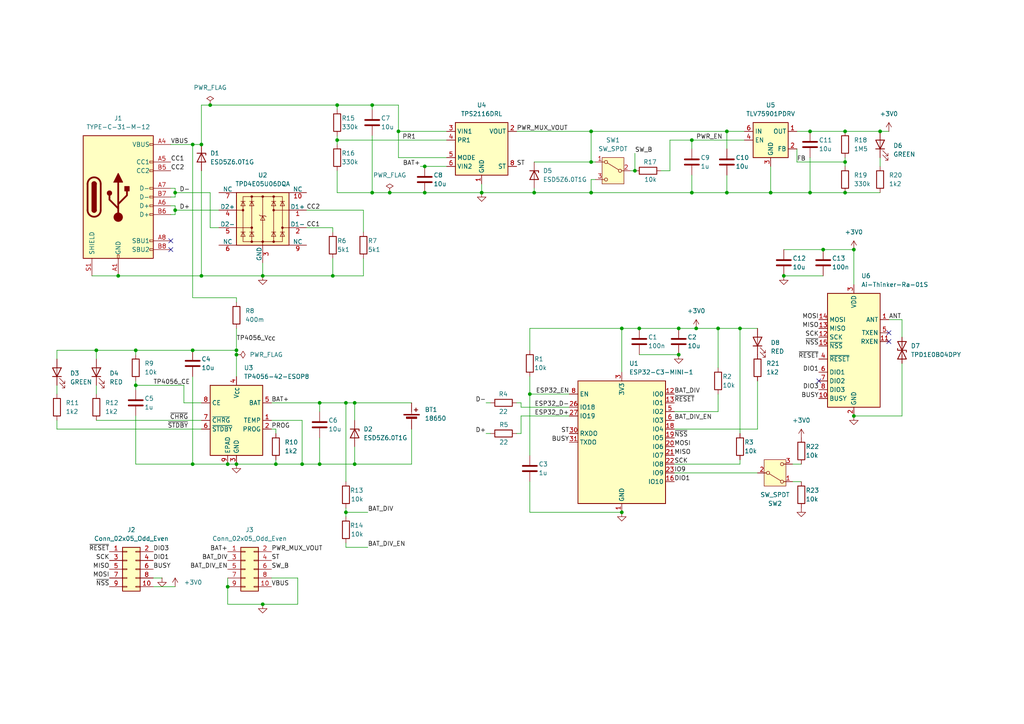
<source format=kicad_sch>
(kicad_sch (version 20250114) (generator "eeschema") (generator_version "9.0")
  (paper "A4")
  (title_block (title "CatLink Gateway") (date "2025-09-13") (rev "v0.2"))
  (lib_symbols
    (symbol "Battery_Management:TP4056-42-ESOP8"
      (property "Reference" "U" (at -6.604 11.684 0))
      (property "Value" "TP4056-42-ESOP8" (at 10.16 11.684 0))
      (symbol "TP4056-42-ESOP8_1_0"
        (pin input line (at -10.16 5.08 0) (length 2.54) (name "CE") (number "8"))
        (pin open_collector line (at -10.16 0 0) (length 2.54) (name "~{CHRG}") (number "7"))
        (pin open_collector line (at -10.16 -2.54 0) (length 2.54) (name "~{STDBY}") (number "6"))
        (pin passive line (at -2.54 -12.7 90) (length 2.54) (name "EPAD") (number "9"))
        (pin power_in line (at 0 12.7 270) (length 2.54) (name "V_{CC}") (number "4"))
        (pin power_in line (at 0 -12.7 90) (length 2.54) (name "GND") (number "3"))
        (pin power_out line (at 10.16 5.08 180) (length 2.54) (name "BAT") (number "5"))
        (pin input line (at 10.16 0 180) (length 2.54) (name "TEMP") (number "1"))
        (pin passive line (at 10.16 -2.54 180) (length 2.54) (name "PROG") (number "2"))
      )
    )
    (symbol "Connector:USB_C_Receptacle_USB2.0_16P" (pin_names (offset 1.016))
      (property "Reference" "J" (at 0 22.225 0))
      (property "Value" "USB_C_Receptacle_USB2.0_16P" (at 0 19.685 0))
      (symbol "USB_C_Receptacle_USB2.0_16P_1_1"
        (pin passive line (at -7.62 -22.86 90) (length 5.08) (name "SHIELD") (number "S1"))
        (pin passive line (at 0 -22.86 90) (length 5.08) (name "GND") (number "A1"))
        (pin passive line (at 0 -22.86 90) (length 5.08) (hide yes) (name "GND") (number "A12"))
        (pin passive line (at 0 -22.86 90) (length 5.08) (hide yes) (name "GND") (number "B1"))
        (pin passive line (at 0 -22.86 90) (length 5.08) (hide yes) (name "GND") (number "B12"))
        (pin passive line (at 15.24 15.24 180) (length 5.08) (name "VBUS") (number "A4"))
        (pin passive line (at 15.24 15.24 180) (length 5.08) (hide yes) (name "VBUS") (number "A9"))
        (pin passive line (at 15.24 15.24 180) (length 5.08) (hide yes) (name "VBUS") (number "B4"))
        (pin passive line (at 15.24 15.24 180) (length 5.08) (hide yes) (name "VBUS") (number "B9"))
        (pin bidirectional line (at 15.24 10.16 180) (length 5.08) (name "CC1") (number "A5"))
        (pin bidirectional line (at 15.24 7.62 180) (length 5.08) (name "CC2") (number "B5"))
        (pin bidirectional line (at 15.24 2.54 180) (length 5.08) (name "D-") (number "A7"))
        (pin bidirectional line (at 15.24 0 180) (length 5.08) (name "D-") (number "B7"))
        (pin bidirectional line (at 15.24 -2.54 180) (length 5.08) (name "D+") (number "A6"))
        (pin bidirectional line (at 15.24 -5.08 180) (length 5.08) (name "D+") (number "B6"))
        (pin bidirectional line (at 15.24 -12.7 180) (length 5.08) (name "SBU1") (number "A8"))
        (pin bidirectional line (at 15.24 -15.24 180) (length 5.08) (name "SBU2") (number "B8"))
      )
    )
    (symbol "Connector_Generic:Conn_02x05_Odd_Even" (pin_names (offset 1.016) (hide yes))
      (property "Reference" "J" (at 1.27 7.62 0))
      (property "Value" "Conn_02x05_Odd_Even" (at 1.27 -7.62 0))
      (symbol "Conn_02x05_Odd_Even_1_1"
        (pin passive line (at -5.08 5.08 0) (length 3.81) (name "Pin_1") (number "1"))
        (pin passive line (at -5.08 2.54 0) (length 3.81) (name "Pin_3") (number "3"))
        (pin passive line (at -5.08 0 0) (length 3.81) (name "Pin_5") (number "5"))
        (pin passive line (at -5.08 -2.54 0) (length 3.81) (name "Pin_7") (number "7"))
        (pin passive line (at -5.08 -5.08 0) (length 3.81) (name "Pin_9") (number "9"))
        (pin passive line (at 7.62 5.08 180) (length 3.81) (name "Pin_2") (number "2"))
        (pin passive line (at 7.62 2.54 180) (length 3.81) (name "Pin_4") (number "4"))
        (pin passive line (at 7.62 0 180) (length 3.81) (name "Pin_6") (number "6"))
        (pin passive line (at 7.62 -2.54 180) (length 3.81) (name "Pin_8") (number "8"))
        (pin passive line (at 7.62 -5.08 180) (length 3.81) (name "Pin_10") (number "10"))
      )
    )
    (symbol "Custom:Ai-Thinker-Ra-01S"
      (property "Reference" "U" (at -7.62 17.78 0))
      (property "Value" "Ai-Thinker-Ra-01S" (at 13.462 17.78 0))
      (symbol "Ai-Thinker-Ra-01S_1_0"
        (pin passive line (at 10.16 8.89 180) (length 2.54) (name "ANT") (number "1"))
      )
      (symbol "Ai-Thinker-Ra-01S_1_1"
        (pin input line (at -10.16 8.89 0) (length 2.54) (name "MOSI") (number "14"))
        (pin output line (at -10.16 6.35 0) (length 2.54) (name "MISO") (number "13"))
        (pin input line (at -10.16 3.81 0) (length 2.54) (name "SCK") (number "12"))
        (pin input line (at -10.16 1.27 0) (length 2.54) (name "~{NSS}") (number "15"))
        (pin input line (at -10.16 -2.54 0) (length 2.54) (name "~{RESET}") (number "4"))
        (pin output line (at -10.16 -6.35 0) (length 2.54) (name "DIO1") (number "6"))
        (pin bidirectional line (at -10.16 -8.89 0) (length 2.54) (name "DIO2") (number "7"))
        (pin output line (at -10.16 -11.43 0) (length 2.54) (name "DIO3") (number "8"))
        (pin output line (at -10.16 -13.97 0) (length 2.54) (name "BUSY") (number "10"))
        (pin power_in line (at 0 19.05 270) (length 2.54) (name "VDD") (number "3"))
        (pin passive line (at 0 -19.05 90) (length 2.54) (hide yes) (name "GND") (number "16"))
        (pin power_in line (at 0 -19.05 90) (length 2.54) (name "GND") (number "2"))
        (pin passive line (at 0 -19.05 90) (length 2.54) (hide yes) (name "GND") (number "9"))
        (pin bidirectional line (at 10.16 5.08 180) (length 2.54) (name "TXEN") (number "5"))
        (pin bidirectional line (at 10.16 2.54 180) (length 2.54) (name "RXEN") (number "11"))
      )
    )
    (symbol "Custom:ESP32-C3-MINI-1"
      (property "Reference" "U" (at -11.43 19.05 0))
      (property "Value" "ESP32-C3-MINI-1" (at 12.7 19.05 0))
      (symbol "ESP32-C3-MINI-1_1_1"
        (pin input line (at -15.24 13.97 0) (length 2.54) (name "EN") (number "8"))
        (pin bidirectional line (at -15.24 10.16 0) (length 2.54) (name "IO18") (number "26"))
        (pin bidirectional line (at -15.24 7.62 0) (length 2.54) (name "IO19") (number "27"))
        (pin bidirectional line (at -15.24 2.54 0) (length 2.54) (name "RXDO") (number "30"))
        (pin bidirectional line (at -15.24 0 0) (length 2.54) (name "TXDO") (number "31"))
        (pin power_in line (at 0 20.32 270) (length 2.54) (name "3V3") (number "3"))
        (pin power_in line (at 0 -20.32 90) (length 2.54) (name "GND") (number "1"))
        (pin passive line (at 0 -20.32 90) (length 2.54) (hide yes) (name "GND") (number "11"))
        (pin passive line (at 0 -20.32 90) (length 2.54) (hide yes) (name "GND") (number "14"))
        (pin passive line (at 0 -20.32 90) (length 2.54) (hide yes) (name "GND") (number "2"))
        (pin passive line (at 0 -20.32 90) (length 2.54) (hide yes) (name "GND") (number "36"))
        (pin passive line (at 0 -20.32 90) (length 2.54) (hide yes) (name "GND") (number "37"))
        (pin passive line (at 0 -20.32 90) (length 2.54) (hide yes) (name "GND") (number "38"))
        (pin passive line (at 0 -20.32 90) (length 2.54) (hide yes) (name "GND") (number "39"))
        (pin passive line (at 0 -20.32 90) (length 2.54) (hide yes) (name "GND") (number "40"))
        (pin passive line (at 0 -20.32 90) (length 2.54) (hide yes) (name "GND") (number "41"))
        (pin passive line (at 0 -20.32 90) (length 2.54) (hide yes) (name "GND") (number "42"))
        (pin passive line (at 0 -20.32 90) (length 2.54) (hide yes) (name "GND") (number "43"))
        (pin passive line (at 0 -20.32 90) (length 2.54) (hide yes) (name "GND") (number "44"))
        (pin passive line (at 0 -20.32 90) (length 2.54) (hide yes) (name "GND") (number "45"))
        (pin passive line (at 0 -20.32 90) (length 2.54) (hide yes) (name "GND") (number "46"))
        (pin passive line (at 0 -20.32 90) (length 2.54) (hide yes) (name "GND") (number "47"))
        (pin passive line (at 0 -20.32 90) (length 2.54) (hide yes) (name "GND") (number "48"))
        (pin passive line (at 0 -20.32 90) (length 2.54) (hide yes) (name "GND") (number "49"))
        (pin passive line (at 0 -20.32 90) (length 2.54) (hide yes) (name "GND") (number "50"))
        (pin passive line (at 0 -20.32 90) (length 2.54) (hide yes) (name "GND") (number "51"))
        (pin passive line (at 0 -20.32 90) (length 2.54) (hide yes) (name "GND") (number "52"))
        (pin passive line (at 0 -20.32 90) (length 2.54) (hide yes) (name "GND") (number "53"))
        (pin bidirectional line (at 15.24 13.97 180) (length 2.54) (name "IO0") (number "12"))
        (pin bidirectional line (at 15.24 11.43 180) (length 2.54) (name "IO1") (number "13"))
        (pin bidirectional line (at 15.24 8.89 180) (length 2.54) (name "IO2") (number "5"))
        (pin bidirectional line (at 15.24 6.35 180) (length 2.54) (name "IO3") (number "6"))
        (pin bidirectional line (at 15.24 3.81 180) (length 2.54) (name "IO4") (number "18"))
        (pin bidirectional line (at 15.24 1.27 180) (length 2.54) (name "IO5") (number "19"))
        (pin bidirectional line (at 15.24 -1.27 180) (length 2.54) (name "IO6") (number "20"))
        (pin bidirectional line (at 15.24 -3.81 180) (length 2.54) (name "IO7") (number "21"))
        (pin bidirectional line (at 15.24 -6.35 180) (length 2.54) (name "IO8") (number "22"))
        (pin bidirectional line (at 15.24 -8.89 180) (length 2.54) (name "IO9") (number "23"))
        (pin bidirectional line (at 15.24 -11.43 180) (length 2.54) (name "IO10") (number "16"))
        (pin no_connect line (at 15.24 -13.97 180) (length 2.54) (hide yes) (name "NC") (number "4"))
        (pin no_connect line (at 15.24 -16.51 180) (length 2.54) (hide yes) (name "NC") (number "7"))
        (pin no_connect line (at 15.24 -19.05 180) (length 2.54) (hide yes) (name "NC") (number "9"))
        (pin no_connect line (at 15.24 -21.59 180) (length 2.54) (hide yes) (name "NC") (number "10"))
        (pin no_connect line (at 15.24 -24.13 180) (length 2.54) (hide yes) (name "NC") (number "15"))
        (pin no_connect line (at 15.24 -26.67 180) (length 2.54) (hide yes) (name "NC") (number "17"))
        (pin no_connect line (at 15.24 -29.21 180) (length 2.54) (hide yes) (name "NC") (number "24"))
        (pin no_connect line (at 15.24 -31.75 180) (length 2.54) (hide yes) (name "NC") (number "25"))
        (pin no_connect line (at 15.24 -34.29 180) (length 2.54) (hide yes) (name "NC") (number "28"))
        (pin no_connect line (at 15.24 -36.83 180) (length 2.54) (hide yes) (name "NC") (number "29"))
        (pin no_connect line (at 15.24 -39.37 180) (length 2.54) (hide yes) (name "NC") (number "32"))
        (pin no_connect line (at 15.24 -41.91 180) (length 2.54) (hide yes) (name "NC") (number "33"))
        (pin no_connect line (at 15.24 -44.45 180) (length 2.54) (hide yes) (name "NC") (number "34"))
        (pin no_connect line (at 15.24 -46.99 180) (length 2.54) (hide yes) (name "NC") (number "35"))
      )
    )
    (symbol "Device:Battery_Cell" (pin_numbers (hide yes)) (pin_names (offset 0) (hide yes))
      (property "Reference" "BT" (at 2.54 2.54 0))
      (property "Value" "Battery_Cell" (at 2.54 0 0))
      (symbol "Battery_Cell_1_1"
        (pin passive line (at 0 5.08 270) (length 2.54) (name "+") (number "1"))
        (pin passive line (at 0 -2.54 90) (length 2.54) (name "-") (number "2"))
      )
    )
    (symbol "Device:C" (pin_numbers (hide yes)) (pin_names (offset 0.254))
      (property "Reference" "C" (at 0.635 2.54 0))
      (property "Value" "C" (at 0.635 -2.54 0))
      (symbol "C_1_1"
        (pin passive line (at 0 3.81 270) (length 2.794) (name "~") (number "1"))
        (pin passive line (at 0 -3.81 90) (length 2.794) (name "~") (number "2"))
      )
    )
    (symbol "Device:D_TVS" (pin_numbers (hide yes)) (pin_names (offset 1.016) (hide yes))
      (property "Reference" "D" (at 0 2.54 0))
      (property "Value" "D_TVS" (at 0 -2.54 0))
      (symbol "D_TVS_1_1"
        (pin passive line (at -3.81 0 0) (length 2.54) (name "A1") (number "1"))
        (pin passive line (at 3.81 0 180) (length 2.54) (name "A2") (number "2"))
      )
    )
    (symbol "Device:D_Zener" (pin_numbers (hide yes)) (pin_names (offset 1.016) (hide yes))
      (property "Reference" "D" (at 0 2.54 0))
      (property "Value" "D_Zener" (at 0 -2.54 0))
      (symbol "D_Zener_1_1"
        (pin passive line (at -3.81 0 0) (length 2.54) (name "K") (number "1"))
        (pin passive line (at 3.81 0 180) (length 2.54) (name "A") (number "2"))
      )
    )
    (symbol "Device:LED" (pin_numbers (hide yes)) (pin_names (offset 1.016) (hide yes))
      (property "Reference" "D" (at 0 2.54 0))
      (property "Value" "LED" (at 0 -2.54 0))
      (symbol "LED_1_1"
        (pin passive line (at -3.81 0 0) (length 2.54) (name "K") (number "1"))
        (pin passive line (at 3.81 0 180) (length 2.54) (name "A") (number "2"))
      )
    )
    (symbol "Device:R" (pin_numbers (hide yes)) (pin_names (offset 0))
      (property "Reference" "R" (at 2.032 0 90))
      (property "Value" "R" (at 0 0 90))
      (symbol "R_1_1"
        (pin passive line (at 0 3.81 270) (length 1.27) (name "~") (number "1"))
        (pin passive line (at 0 -3.81 90) (length 1.27) (name "~") (number "2"))
      )
    )
    (symbol "Power_Management:TPS2116DRL"
      (property "Reference" "U" (at -7.874 9.144 0))
      (property "Value" "TPS2116DRL" (at 0.508 -8.89 0))
      (symbol "TPS2116DRL_1_0"
        (pin power_out line (at 10.16 5.08 180) (length 2.54) (hide yes) (name "VOUT") (number "7"))
      )
      (symbol "TPS2116DRL_1_1"
        (pin power_in line (at -10.16 5.08 0) (length 2.54) (name "VIN1") (number "3"))
        (pin input line (at -10.16 2.54 0) (length 2.54) (name "PR1") (number "4"))
        (pin input line (at -10.16 -2.54 0) (length 2.54) (name "MODE") (number "5"))
        (pin power_in line (at -10.16 -5.08 0) (length 2.54) (name "VIN2") (number "6"))
        (pin power_in line (at 0 -10.16 90) (length 2.54) (name "GND") (number "1"))
        (pin power_out line (at 10.16 5.08 180) (length 2.54) (name "VOUT") (number "2"))
        (pin open_collector line (at 10.16 -5.08 180) (length 2.54) (name "ST") (number "8"))
      )
    )
    (symbol "Power_Protection:TPD4E05U06DQA" (pin_names (offset 0))
      (property "Reference" "U" (at -0.635 8.89 0))
      (property "Value" "TPD4E05U06DQA" (at 1.905 -10.16 0))
      (symbol "TPD4E05U06DQA_1_1"
        (pin free line (at -12.7 7.62 0) (length 5.08) (name "NC") (number "10"))
        (pin passive line (at -12.7 2.54 0) (length 5.08) (name "D1+") (number "1"))
        (pin passive line (at -12.7 -2.54 0) (length 5.08) (name "D1-") (number "2"))
        (pin free line (at -12.7 -7.62 0) (length 5.08) (name "NC") (number "9"))
        (pin power_in line (at 0 -12.7 90) (length 5.08) (name "GND") (number "3"))
        (pin passive line (at 0 -12.7 90) (length 5.08) (hide yes) (name "GND") (number "8"))
        (pin free line (at 12.7 7.62 180) (length 5.08) (name "NC") (number "7"))
        (pin passive line (at 12.7 2.54 180) (length 5.08) (name "D2+") (number "4"))
        (pin passive line (at 12.7 -2.54 180) (length 5.08) (name "D2-") (number "5"))
        (pin free line (at 12.7 -7.62 180) (length 5.08) (name "NC") (number "6"))
      )
    )
    (symbol "Regulator_Linear:TLV75801PDRV"
      (property "Reference" "U" (at -3.81 6.35 0))
      (property "Value" "TLV75801PDRV" (at 0 6.35 0))
      (symbol "TLV75801PDRV_1_1"
        (pin power_in line (at -7.62 2.54 0) (length 2.54) (name "IN") (number "6"))
        (pin input line (at -7.62 0 0) (length 2.54) (name "EN") (number "4"))
        (pin power_in line (at 0 -7.62 90) (length 2.54) (name "GND") (number "3"))
        (pin passive line (at 0 -7.62 90) (length 2.54) (hide yes) (name "GND") (number "7"))
        (pin no_connect line (at 5.08 0 180) (length 2.54) (hide yes) (name "DNC") (number "5"))
        (pin power_out line (at 7.62 2.54 180) (length 2.54) (name "OUT") (number "1"))
        (pin input line (at 7.62 -2.54 180) (length 2.54) (name "FB") (number "2"))
      )
    )
    (symbol "Switch:SW_SPDT" (pin_names (offset 0) (hide yes))
      (property "Reference" "SW" (at 0 5.08 0))
      (property "Value" "SW_SPDT" (at 0 -5.08 0))
      (symbol "SW_SPDT_1_1"
        (pin passive line (at -5.08 0 0) (length 2.54) (name "B") (number "2"))
        (pin passive line (at 5.08 2.54 180) (length 2.54) (name "A") (number "1"))
        (pin passive line (at 5.08 -2.54 180) (length 2.54) (name "C") (number "3"))
      )
    )
    (symbol "power:+3V0" (power) (pin_numbers (hide yes)) (pin_names (offset 0) (hide yes))
      (property "Value" "+3V0" (at 0 3.556 0))
      (symbol "+3V0_1_1"
        (pin power_in line (at 0 0 90) (length 0) (name "~") (number "1"))
      )
    )
    (symbol "power:GND" (power) (pin_numbers (hide yes)) (pin_names (offset 0) (hide yes))
      (property "Value" "GND" (at 0 -3.81 0))
      (symbol "GND_1_1"
        (pin power_in line (at 0 0 270) (length 0) (name "~") (number "1"))
      )
    )
    (symbol "power:PWR_FLAG" (power) (pin_numbers (hide yes)) (pin_names (offset 0) (hide yes))
      (property "Value" "PWR_FLAG" (at 0 3.81 0))
      (symbol "PWR_FLAG_0_0"
        (pin power_out line (at 0 0 90) (length 0) (name "~") (number "1"))
      )
    )
  )
  (junction (at 139.7 55.88))
  (junction (at 223.52 55.88))
  (junction (at 115.57 38.1))
  (junction (at 55.88 41.91))
  (junction (at 102.87 116.84))
  (junction (at 227.33 80.01))
  (junction (at 100.33 148.59))
  (junction (at 58.42 41.91))
  (junction (at 180.34 148.59))
  (junction (at 76.2 80.01))
  (junction (at 68.58 101.6))
  (junction (at 123.19 55.88))
  (junction (at 66.04 134.62))
  (junction (at 55.88 134.62))
  (junction (at 196.85 102.87))
  (junction (at 245.11 55.88))
  (junction (at 196.85 95.25))
  (junction (at 123.19 48.26))
  (junction (at 154.94 55.88))
  (junction (at 245.11 46.99))
  (junction (at 97.79 40.64))
  (junction (at 76.2 175.26))
  (junction (at 60.96 30.48))
  (junction (at 107.95 55.88))
  (junction (at 92.71 134.62))
  (junction (at 255.27 38.1))
  (junction (at 34.29 80.01))
  (junction (at 58.42 80.01))
  (junction (at 96.52 80.01))
  (junction (at 238.76 72.39))
  (junction (at 200.66 55.88))
  (junction (at 171.45 46.99))
  (junction (at 180.34 95.25))
  (junction (at 200.66 40.64))
  (junction (at 68.58 134.62))
  (junction (at 184.15 49.53))
  (junction (at 171.45 38.1))
  (junction (at 214.63 95.25))
  (junction (at 107.95 30.48))
  (junction (at 245.11 38.1))
  (junction (at 210.82 55.88))
  (junction (at 247.65 120.65))
  (junction (at 247.65 72.39))
  (junction (at 27.94 101.6))
  (junction (at 68.58 102.87))
  (junction (at 210.82 38.1))
  (junction (at 55.88 101.6))
  (junction (at 234.95 55.88))
  (junction (at 100.33 116.84))
  (junction (at 102.87 134.62))
  (junction (at 113.03 55.88))
  (junction (at 234.95 38.1))
  (junction (at 50.8 55.88))
  (junction (at 201.93 95.25))
  (junction (at 50.8 60.96))
  (junction (at 39.37 111.76))
  (junction (at 171.45 55.88))
  (junction (at 66.04 170.18))
  (junction (at 185.42 95.25))
  (junction (at 92.71 116.84))
  (junction (at 80.01 134.62))
  (junction (at 97.79 30.48))
  (junction (at 39.37 101.6))
  (junction (at 208.28 95.25))
  (junction (at 87.63 134.62))
  (junction (at 153.67 114.3))
  (no_connect (at 49.53 72.39))
  (no_connect (at 257.81 96.52))
  (no_connect (at 237.49 110.49))
  (no_connect (at 257.81 99.06))
  (no_connect (at 49.53 69.85))
  (wire (pts (xy 115.57 30.48) (xy 115.57 38.1)))
  (wire (pts (xy 200.66 55.88) (xy 210.82 55.88)))
  (wire (pts (xy 185.42 102.87) (xy 196.85 102.87)))
  (wire (pts (xy 76.2 175.26) (xy 86.36 175.26)))
  (wire (pts (xy 238.76 72.39) (xy 247.65 72.39)))
  (wire (pts (xy 245.11 38.1) (xy 255.27 38.1)))
  (wire (pts (xy 255.27 38.1) (xy 257.81 38.1)))
  (wire (pts (xy 39.37 111.76) (xy 39.37 113.03)))
  (wire (pts (xy 92.71 127) (xy 92.71 134.62)))
  (wire (pts (xy 227.33 72.39) (xy 238.76 72.39)))
  (wire (pts (xy 39.37 110.49) (xy 39.37 111.76)))
  (wire (pts (xy 78.74 167.64) (xy 86.36 167.64)))
  (wire (pts (xy 234.95 45.72) (xy 234.95 55.88)))
  (wire (pts (xy 26.67 80.01) (xy 34.29 80.01)))
  (wire (pts (xy 107.95 30.48) (xy 107.95 31.75)))
  (wire (pts (xy 87.63 121.92) (xy 87.63 134.62)))
  (wire (pts (xy 153.67 95.25) (xy 180.34 95.25)))
  (wire (pts (xy 96.52 80.01) (xy 96.52 74.93)))
  (wire (pts (xy 49.53 54.61) (xy 50.8 54.61)))
  (wire (pts (xy 171.45 38.1) (xy 210.82 38.1)))
  (wire (pts (xy 149.86 38.1) (xy 171.45 38.1)))
  (wire (pts (xy 97.79 40.64) (xy 97.79 41.91)))
  (wire (pts (xy 68.58 86.36) (xy 68.58 87.63)))
  (wire (pts (xy 154.94 55.88) (xy 171.45 55.88)))
  (wire (pts (xy 123.19 55.88) (xy 139.7 55.88)))
  (wire (pts (xy 58.42 30.48) (xy 60.96 30.48)))
  (wire (pts (xy 66.04 175.26) (xy 76.2 175.26)))
  (wire (pts (xy 153.67 101.6) (xy 153.67 95.25)))
  (wire (pts (xy 231.14 38.1) (xy 234.95 38.1)))
  (wire (pts (xy 196.85 95.25) (xy 201.93 95.25)))
  (wire (pts (xy 96.52 66.04) (xy 96.52 67.31)))
  (wire (pts (xy 97.79 30.48) (xy 107.95 30.48)))
  (wire (pts (xy 53.34 116.84) (xy 58.42 116.84)))
  (wire (pts (xy 88.9 60.96) (xy 105.41 60.96)))
  (wire (pts (xy 66.04 167.64) (xy 66.04 170.18)))
  (wire (pts (xy 208.28 119.38) (xy 208.28 114.3)))
  (wire (pts (xy 60.96 30.48) (xy 97.79 30.48)))
  (wire (pts (xy 223.52 55.88) (xy 223.52 48.26)))
  (wire (pts (xy 214.63 134.62) (xy 214.63 133.35)))
  (wire (pts (xy 68.58 134.62) (xy 80.01 134.62)))
  (wire (pts (xy 39.37 120.65) (xy 39.37 134.62)))
  (wire (pts (xy 255.27 45.72) (xy 255.27 48.26)))
  (wire (pts (xy 92.71 119.38) (xy 92.71 116.84)))
  (wire (pts (xy 68.58 101.6) (xy 68.58 102.87)))
  (wire (pts (xy 123.19 48.26) (xy 129.54 48.26)))
  (wire (pts (xy 261.62 120.65) (xy 247.65 120.65)))
  (wire (pts (xy 247.65 72.39) (xy 247.65 82.55)))
  (wire (pts (xy 49.53 41.91) (xy 55.88 41.91)))
  (wire (pts (xy 151.13 116.84) (xy 151.13 118.11)))
  (wire (pts (xy 86.36 167.64) (xy 86.36 175.26)))
  (wire (pts (xy 60.96 66.04) (xy 63.5 66.04)))
  (wire (pts (xy 185.42 95.25) (xy 196.85 95.25)))
  (wire (pts (xy 34.29 80.01) (xy 58.42 80.01)))
  (wire (pts (xy 171.45 52.07) (xy 171.45 55.88)))
  (wire (pts (xy 80.01 133.35) (xy 80.01 134.62)))
  (wire (pts (xy 88.9 66.04) (xy 96.52 66.04)))
  (wire (pts (xy 100.33 147.32) (xy 100.33 148.59)))
  (wire (pts (xy 172.72 46.99) (xy 171.45 46.99)))
  (wire (pts (xy 50.8 55.88) (xy 50.8 57.15)))
  (wire (pts (xy 171.45 46.99) (xy 171.45 38.1)))
  (wire (pts (xy 97.79 39.37) (xy 97.79 40.64)))
  (wire (pts (xy 46.99 167.64) (xy 44.45 167.64)))
  (wire (pts (xy 261.62 97.79) (xy 261.62 92.71)))
  (wire (pts (xy 50.8 60.96) (xy 63.5 60.96)))
  (wire (pts (xy 100.33 116.84) (xy 102.87 116.84)))
  (wire (pts (xy 153.67 139.7) (xy 153.67 148.59)))
  (wire (pts (xy 229.87 134.62) (xy 232.41 134.62)))
  (wire (pts (xy 153.67 148.59) (xy 180.34 148.59)))
  (wire (pts (xy 149.86 116.84) (xy 151.13 116.84)))
  (wire (pts (xy 194.31 40.64) (xy 200.66 40.64)))
  (wire (pts (xy 50.8 170.18) (xy 44.45 170.18)))
  (wire (pts (xy 115.57 45.72) (xy 129.54 45.72)))
  (wire (pts (xy 153.67 114.3) (xy 165.1 114.3)))
  (wire (pts (xy 180.34 95.25) (xy 180.34 107.95)))
  (wire (pts (xy 151.13 118.11) (xy 165.1 118.11)))
  (wire (pts (xy 200.66 50.8) (xy 200.66 55.88)))
  (wire (pts (xy 27.94 121.92) (xy 58.42 121.92)))
  (wire (pts (xy 76.2 80.01) (xy 96.52 80.01)))
  (wire (pts (xy 55.88 109.22) (xy 55.88 134.62)))
  (wire (pts (xy 139.7 55.88) (xy 139.7 53.34)))
  (wire (pts (xy 151.13 120.65) (xy 151.13 125.73)))
  (wire (pts (xy 80.01 134.62) (xy 87.63 134.62)))
  (wire (pts (xy 39.37 111.76) (xy 53.34 111.76)))
  (wire (pts (xy 219.71 110.49) (xy 219.71 124.46)))
  (wire (pts (xy 27.94 114.3) (xy 27.94 111.76)))
  (wire (pts (xy 107.95 39.37) (xy 107.95 55.88)))
  (wire (pts (xy 68.58 95.25) (xy 68.58 101.6)))
  (wire (pts (xy 102.87 129.54) (xy 102.87 134.62)))
  (wire (pts (xy 100.33 148.59) (xy 100.33 149.86)))
  (wire (pts (xy 16.51 121.92) (xy 16.51 124.46)))
  (wire (pts (xy 121.92 48.26) (xy 123.19 48.26)))
  (wire (pts (xy 60.96 55.88) (xy 60.96 66.04)))
  (wire (pts (xy 232.41 139.7) (xy 229.87 139.7)))
  (wire (pts (xy 76.2 80.01) (xy 76.2 76.2)))
  (wire (pts (xy 50.8 60.96) (xy 50.8 62.23)))
  (wire (pts (xy 208.28 95.25) (xy 208.28 106.68)))
  (wire (pts (xy 39.37 134.62) (xy 55.88 134.62)))
  (wire (pts (xy 50.8 54.61) (xy 50.8 55.88)))
  (wire (pts (xy 180.34 95.25) (xy 185.42 95.25)))
  (wire (pts (xy 195.58 134.62) (xy 214.63 134.62)))
  (wire (pts (xy 151.13 125.73) (xy 149.86 125.73)))
  (wire (pts (xy 115.57 38.1) (xy 129.54 38.1)))
  (wire (pts (xy 97.79 31.75) (xy 97.79 30.48)))
  (wire (pts (xy 261.62 92.71) (xy 257.81 92.71)))
  (wire (pts (xy 261.62 105.41) (xy 261.62 120.65)))
  (wire (pts (xy 234.95 38.1) (xy 245.11 38.1)))
  (wire (pts (xy 49.53 59.69) (xy 50.8 59.69)))
  (wire (pts (xy 194.31 49.53) (xy 194.31 40.64)))
  (wire (pts (xy 107.95 55.88) (xy 113.03 55.88)))
  (wire (pts (xy 100.33 158.75) (xy 106.68 158.75)))
  (wire (pts (xy 227.33 80.01) (xy 238.76 80.01)))
  (wire (pts (xy 50.8 62.23) (xy 49.53 62.23)))
  (wire (pts (xy 106.68 148.59) (xy 100.33 148.59)))
  (wire (pts (xy 153.67 114.3) (xy 153.67 132.08)))
  (wire (pts (xy 219.71 124.46) (xy 195.58 124.46)))
  (wire (pts (xy 102.87 134.62) (xy 119.38 134.62)))
  (wire (pts (xy 210.82 38.1) (xy 210.82 43.18)))
  (wire (pts (xy 78.74 121.92) (xy 87.63 121.92)))
  (wire (pts (xy 107.95 30.48) (xy 115.57 30.48)))
  (wire (pts (xy 234.95 55.88) (xy 245.11 55.88)))
  (wire (pts (xy 58.42 80.01) (xy 76.2 80.01)))
  (wire (pts (xy 27.94 101.6) (xy 27.94 104.14)))
  (wire (pts (xy 97.79 40.64) (xy 129.54 40.64)))
  (wire (pts (xy 53.34 111.76) (xy 53.34 116.84)))
  (wire (pts (xy 80.01 124.46) (xy 80.01 125.73)))
  (wire (pts (xy 182.88 49.53) (xy 184.15 49.53)))
  (wire (pts (xy 245.11 45.72) (xy 245.11 46.99)))
  (wire (pts (xy 140.97 125.73) (xy 142.24 125.73)))
  (wire (pts (xy 80.01 124.46) (xy 78.74 124.46)))
  (wire (pts (xy 210.82 55.88) (xy 223.52 55.88)))
  (wire (pts (xy 87.63 134.62) (xy 92.71 134.62)))
  (wire (pts (xy 195.58 119.38) (xy 208.28 119.38)))
  (wire (pts (xy 66.04 170.18) (xy 66.04 175.26)))
  (wire (pts (xy 55.88 86.36) (xy 68.58 86.36)))
  (wire (pts (xy 210.82 38.1) (xy 215.9 38.1)))
  (wire (pts (xy 113.03 55.88) (xy 123.19 55.88)))
  (wire (pts (xy 210.82 50.8) (xy 210.82 55.88)))
  (wire (pts (xy 50.8 59.69) (xy 50.8 60.96)))
  (wire (pts (xy 119.38 124.46) (xy 119.38 134.62)))
  (wire (pts (xy 234.95 55.88) (xy 223.52 55.88)))
  (wire (pts (xy 102.87 116.84) (xy 102.87 121.92)))
  (wire (pts (xy 245.11 55.88) (xy 255.27 55.88)))
  (wire (pts (xy 208.28 95.25) (xy 214.63 95.25)))
  (wire (pts (xy 153.67 109.22) (xy 153.67 114.3)))
  (wire (pts (xy 105.41 74.93) (xy 105.41 80.01)))
  (wire (pts (xy 154.94 54.61) (xy 154.94 55.88)))
  (wire (pts (xy 107.95 55.88) (xy 97.79 55.88)))
  (wire (pts (xy 200.66 40.64) (xy 215.9 40.64)))
  (wire (pts (xy 140.97 116.84) (xy 142.24 116.84)))
  (wire (pts (xy 78.74 116.84) (xy 92.71 116.84)))
  (wire (pts (xy 58.42 49.53) (xy 58.42 80.01)))
  (wire (pts (xy 55.88 134.62) (xy 66.04 134.62)))
  (wire (pts (xy 154.94 46.99) (xy 171.45 46.99)))
  (wire (pts (xy 16.51 124.46) (xy 58.42 124.46)))
  (wire (pts (xy 200.66 43.18) (xy 200.66 40.64)))
  (wire (pts (xy 39.37 102.87) (xy 39.37 101.6)))
  (wire (pts (xy 16.51 101.6) (xy 16.51 104.14)))
  (wire (pts (xy 55.88 41.91) (xy 58.42 41.91)))
  (wire (pts (xy 231.14 46.99) (xy 245.11 46.99)))
  (wire (pts (xy 97.79 55.88) (xy 97.79 49.53)))
  (wire (pts (xy 245.11 46.99) (xy 245.11 48.26)))
  (wire (pts (xy 55.88 101.6) (xy 68.58 101.6)))
  (wire (pts (xy 16.51 114.3) (xy 16.51 111.76)))
  (wire (pts (xy 39.37 101.6) (xy 55.88 101.6)))
  (wire (pts (xy 151.13 120.65) (xy 165.1 120.65)))
  (wire (pts (xy 58.42 41.91) (xy 58.42 30.48)))
  (wire (pts (xy 102.87 116.84) (xy 119.38 116.84)))
  (wire (pts (xy 92.71 116.84) (xy 100.33 116.84)))
  (wire (pts (xy 100.33 158.75) (xy 100.33 157.48)))
  (wire (pts (xy 195.58 137.16) (xy 219.71 137.16)))
  (wire (pts (xy 172.72 52.07) (xy 171.45 52.07)))
  (wire (pts (xy 92.71 134.62) (xy 102.87 134.62)))
  (wire (pts (xy 184.15 44.45) (xy 184.15 49.53)))
  (wire (pts (xy 105.41 60.96) (xy 105.41 67.31)))
  (wire (pts (xy 50.8 55.88) (xy 60.96 55.88)))
  (wire (pts (xy 139.7 55.88) (xy 154.94 55.88)))
  (wire (pts (xy 100.33 116.84) (xy 100.33 139.7)))
  (wire (pts (xy 115.57 38.1) (xy 115.57 45.72)))
  (wire (pts (xy 66.04 134.62) (xy 68.58 134.62)))
  (wire (pts (xy 105.41 80.01) (xy 96.52 80.01)))
  (wire (pts (xy 68.58 102.87) (xy 68.58 109.22)))
  (wire (pts (xy 201.93 95.25) (xy 208.28 95.25)))
  (wire (pts (xy 27.94 101.6) (xy 16.51 101.6)))
  (wire (pts (xy 50.8 57.15) (xy 49.53 57.15)))
  (wire (pts (xy 55.88 41.91) (xy 55.88 86.36)))
  (wire (pts (xy 231.14 46.99) (xy 231.14 43.18)))
  (wire (pts (xy 214.63 95.25) (xy 219.71 95.25)))
  (wire (pts (xy 214.63 95.25) (xy 214.63 125.73)))
  (wire (pts (xy 171.45 55.88) (xy 200.66 55.88)))
  (wire (pts (xy 27.94 101.6) (xy 39.37 101.6)))
  (wire (pts (xy 191.77 49.53) (xy 194.31 49.53)))
  (label "MOSI" (at 237.49 92.71 180))
  (label "VBUS" (at 49.53 41.91 0))
  (label "MISO" (at 195.58 132.08 0))
  (label "SW_B" (at 78.74 165.1 0))
  (label "PROG" (at 78.74 124.46 0))
  (label "CC2" (at 88.9 60.96 0))
  (label "~{RESET}" (at 31.75 160.02 180))
  (label "SCK" (at 237.49 97.79 180))
  (label "BAT+" (at 66.04 160.02 180))
  (label "~{NSS}" (at 237.49 100.33 180))
  (label "DIO1" (at 44.45 162.56 0))
  (label "DIO3" (at 44.45 160.02 0))
  (label "TP4056_CE" (at 44.45 111.76 0))
  (label "ESP32_D-" (at 165.1 118.11 180))
  (label "TP4056_V_{CC}" (at 68.58 99.06 0))
  (label "DIO3" (at 237.49 113.03 180))
  (label "~{RESET}" (at 195.58 116.84 0))
  (label "BUSY" (at 237.49 115.57 180))
  (label "D-" (at 140.97 116.84 180))
  (label "ANT" (at 257.81 92.71 0))
  (label "~{CHRG}" (at 54.61 121.92 180))
  (label "BAT_DIV" (at 195.58 114.3 0))
  (label "SCK" (at 195.58 134.62 0))
  (label "FB" (at 231.14 46.99 0))
  (label "BAT_DIV" (at 106.68 148.59 0))
  (label "~{NSS}" (at 195.58 127 0))
  (label "ESP32_EN" (at 165.1 114.3 180))
  (label "BUSY" (at 165.1 128.27 180))
  (label "ST" (at 149.86 48.26 0))
  (label "PWR_MUX_VOUT" (at 78.74 160.02 0))
  (label "BAT+" (at 78.74 116.84 0))
  (label "PR1" (at 120.65 40.64 180))
  (label "~{STDBY}" (at 54.61 124.46 180))
  (label "D-" (at 52.07 55.88 0))
  (label "BAT_DIV" (at 66.04 162.56 180))
  (label "D+" (at 52.07 60.96 0))
  (label "MOSI" (at 195.58 129.54 0))
  (label "CC1" (at 88.9 66.04 0))
  (label "SCK" (at 31.75 162.56 180))
  (label "ST" (at 78.74 162.56 0))
  (label "MISO" (at 31.75 165.1 180))
  (label "MISO" (at 237.49 95.25 180))
  (label "CC1" (at 49.53 46.99 0))
  (label "PWR_MUX_VOUT" (at 149.86 38.1 0))
  (label "DIO1" (at 237.49 107.95 180))
  (label "VBUS" (at 78.74 170.18 0))
  (label "~{NSS}" (at 31.75 170.18 180))
  (label "MOSI" (at 31.75 167.64 180))
  (label "CC2" (at 49.53 49.53 0))
  (label "BAT_DIV_EN" (at 106.68 158.75 0))
  (label "BAT+" (at 121.92 48.26 180))
  (label "BAT_DIV_EN" (at 195.58 121.92 0))
  (label "DIO1" (at 195.58 139.7 0))
  (label "~{RESET}" (at 237.49 104.14 180))
  (label "ST" (at 165.1 125.73 180))
  (label "BUSY" (at 44.45 165.1 0))
  (label "ESP32_D+" (at 165.1 120.65 180))
  (label "PWR_EN" (at 209.55 40.64 180))
  (label "D+" (at 140.97 125.73 180))
  (label "IO9" (at 195.58 137.16 0))
  (label "SW_B" (at 184.15 44.45 0))
  (label "BAT_DIV_EN" (at 66.04 165.1 180))
  (symbol (lib_id "power:PWR_FLAG") (at 68.58 102.87 270) (unit 1)
    (property "Reference" "#FLG03" (effects (hide yes)))
    (property "Value" "PWR_FLAG" (at 72.39 102.8699 90) (effects (justify left)))
    (property "Description" "Special symbol for telling ERC where power comes from" (effects (hide yes)))
  )
  (symbol (lib_id "power:+3V0") (at 257.81 38.1 0) (unit 1)
    (property "Reference" "#PWR07" (effects (hide yes)))
    (property "Value" "+3V0" (at 257.81 33.02 0))
    (property "Description" "Power symbol creates a global label with name \"+3V0\"" (effects (hide yes)))
  )
  (symbol (lib_id "Device:C") (at 55.88 105.41 0) (unit 1)
    (property "Reference" "C4" (at 58.42 104.14 0) (effects (justify left)))
    (property "Value" "10u" (at 58.42 106.68 0) (effects (justify left)))
    (property "Footprint" "Capacitor_SMD:C_0805_2012Metric" (effects (hide yes)))
    (property "Description" "Unpolarized capacitor" (effects (hide yes)))
  )
  (symbol (lib_id "Device:C") (at 123.19 52.07 0) (unit 1)
    (property "Reference" "C8" (at 125.73 50.8 0) (effects (justify left)))
    (property "Value" "10u" (at 125.73 53.34 0) (effects (justify left)))
    (property "Footprint" "Capacitor_SMD:C_0805_2012Metric" (effects (hide yes)))
    (property "Description" "Unpolarized capacitor" (effects (hide yes)))
  )
  (symbol (lib_id "power:+3V0") (at 50.8 170.18 0) (unit 1)
    (property "Reference" "#PWR011" (effects (hide yes)))
    (property "Value" "+3V0" (at 53.34 168.9099 0) (effects (justify left)))
    (property "Description" "Power symbol creates a global label with name \"+3V0\"" (effects (hide yes)))
  )
  (symbol (lib_id "Device:R") (at 97.79 35.56 0) (unit 1)
    (property "Reference" "R15" (at 99.06 34.29 0) (effects (justify left)))
    (property "Value" "330k" (at 99.06 36.83 0) (effects (justify left)))
    (property "Footprint" "Resistor_SMD:R_0603_1608Metric" (effects (hide yes)))
    (property "Description" "Resistor" (effects (hide yes)))
  )
  (symbol (lib_id "Regulator_Linear:TLV75801PDRV") (at 223.52 40.64 0) (unit 1)
    (property "Reference" "U5" (at 223.52 30.48 0))
    (property "Value" "TLV75901PDRV" (at 223.52 33.02 0))
    (property "Footprint" "Package_SON:WSON-6-1EP_2x2mm_P0.65mm_EP1x1.6mm" (effects (hide yes)))
    (property "Datasheet" "https://www.ti.com/lit/ds/symlink/tlv758p.pdf" (effects (hide yes)))
    (property "Description" "500mA Low-Dropout Linear Regulator, Adjustable Output, WSON-6" (effects (hide yes)))
  )
  (symbol (lib_id "Device:R") (at 208.28 110.49 0) (unit 1)
    (property "Reference" "R2" (at 209.55 109.22 0) (effects (justify left)))
    (property "Value" "10k" (at 209.55 111.76 0) (effects (justify left)))
    (property "Footprint" "Resistor_SMD:R_0603_1608Metric" (effects (hide yes)))
    (property "Description" "Resistor" (effects (hide yes)))
  )
  (symbol (lib_id "Custom:ESP32-C3-MINI-1") (at 180.34 128.27 0) (unit 1)
    (property "Reference" "U1" (at 182.4833 105.41 0) (effects (justify left)))
    (property "Value" "ESP32-C3-MINI-1" (at 182.4833 107.95 0) (effects (justify left)))
    (property "Footprint" "Custom:ESP32-C3-MINI-1" (effects (hide yes)))
    (property "Datasheet" "https://www.espressif.com/sites/default/files/documentation/esp32-s3-mini-1_mini-1u_datasheet_en.pdf" (effects (hide yes)))
    (property "Description" "RF Module, ESP32-S3 SoC, Wi-Fi 802.11b/g/n, Bluetooth, BLE, 32-bit, 3.3V, SMD, onboard antenna" (effects (hide yes)))
  )
  (symbol (lib_id "Device:Battery_Cell") (at 119.38 121.92 0) (unit 1)
    (property "Reference" "BT1" (at 123.19 118.8084 0) (effects (justify left)))
    (property "Value" "18650" (at 123.19 121.3484 0) (effects (justify left)))
    (property "Footprint" "Custom:BatteryHolder_Keystone_1042_1x18650" (effects (hide yes)))
    (property "Description" "Single-cell battery" (effects (hide yes)))
  )
  (symbol (lib_id "Device:LED") (at 255.27 41.91 90) (unit 1)
    (property "Reference" "D6" (at 259.08 42.2274 90) (effects (justify right)))
    (property "Value" "GREEN" (at 259.08 44.7674 90) (effects (justify right)))
    (property "Footprint" "LED_SMD:LED_0805_2012Metric" (effects (hide yes)))
    (property "Description" "Light emitting diode" (effects (hide yes)))
    (property "Sim.Pins" "1=K 2=A" (effects (hide yes)))
  )
  (symbol (lib_id "Device:R") (at 16.51 118.11 0) (unit 1)
    (property "Reference" "R11" (at 19.05 116.8399 0) (effects (justify left)))
    (property "Value" "1k2" (at 19.05 119.3799 0) (effects (justify left)))
    (property "Footprint" "Resistor_SMD:R_0603_1608Metric" (effects (hide yes)))
    (property "Description" "Resistor" (effects (hide yes)))
  )
  (symbol (lib_id "Connector:USB_C_Receptacle_USB2.0_16P") (at 34.29 57.15 0) (unit 1)
    (property "Reference" "J1" (at 34.29 34.29 0))
    (property "Value" "TYPE-C-31-M-12" (at 34.29 36.83 0))
    (property "Footprint" "Connector_USB:USB_C_Receptacle_HRO_TYPE-C-31-M-12" (effects (hide yes)))
    (property "Datasheet" "https://www.usb.org/sites/default/files/documents/usb_type-c.zip" (effects (hide yes)))
    (property "Description" "USB 2.0-only 16P Type-C Receptacle connector" (effects (hide yes)))
  )
  (symbol (lib_id "Device:LED") (at 16.51 107.95 90) (unit 1)
    (property "Reference" "D3" (at 20.32 108.2674 90) (effects (justify right)))
    (property "Value" "GREEN" (at 20.32 110.8074 90) (effects (justify right)))
    (property "Footprint" "LED_SMD:LED_0805_2012Metric" (effects (hide yes)))
    (property "Description" "Light emitting diode" (effects (hide yes)))
    (property "Sim.Pins" "1=K 2=A" (effects (hide yes)))
  )
  (symbol (lib_id "Device:C") (at 107.95 35.56 0) (unit 1)
    (property "Reference" "C7" (at 110.49 34.29 0) (effects (justify left)))
    (property "Value" "10u" (at 110.49 36.83 0) (effects (justify left)))
    (property "Footprint" "Capacitor_SMD:C_0805_2012Metric" (effects (hide yes)))
    (property "Description" "Unpolarized capacitor" (effects (hide yes)))
  )
  (symbol (lib_id "Device:R") (at 100.33 143.51 180) (unit 1)
    (property "Reference" "R13" (at 105.41 142.24 0) (effects (justify left)))
    (property "Value" "10k" (at 105.41 144.78 0) (effects (justify left)))
    (property "Footprint" "Resistor_SMD:R_0603_1608Metric" (effects (hide yes)))
    (property "Description" "Resistor" (effects (hide yes)))
  )
  (symbol (lib_id "Device:C") (at 92.71 123.19 0) (unit 1)
    (property "Reference" "C6" (at 95.25 121.92 0) (effects (justify left)))
    (property "Value" "10u" (at 95.25 124.46 0) (effects (justify left)))
    (property "Footprint" "Capacitor_SMD:C_0805_2012Metric" (effects (hide yes)))
    (property "Description" "Unpolarized capacitor" (effects (hide yes)))
  )
  (symbol (lib_id "Device:R") (at 146.05 116.84 90) (unit 1)
    (property "Reference" "R4" (at 147.32 114.3 90) (effects (justify left)))
    (property "Value" "22" (at 147.32 119.38 90) (effects (justify left)))
    (property "Footprint" "Custom:R_0603_1608Metric" (effects (hide yes)))
    (property "Description" "Resistor" (effects (hide yes)))
  )
  (symbol (lib_id "Switch:SW_SPDT") (at 177.8 49.53 0) (mirror y) (unit 1)
    (property "Reference" "SW1" (at 177.8 40.64 0))
    (property "Value" "SW_SPDT" (at 177.8 43.18 0))
    (property "Footprint" "Button_Switch_THT:SW_Slide_SPDT_Angled_CK_OS102011MA1Q" (effects (hide yes)))
    (property "Description" "Switch, single pole double throw" (effects (hide yes)))
  )
  (symbol (lib_id "Device:LED") (at 219.71 99.06 90) (unit 1)
    (property "Reference" "D8" (at 223.52 99.3774 90) (effects (justify right)))
    (property "Value" "RED" (at 223.52 101.9174 90) (effects (justify right)))
    (property "Footprint" "LED_SMD:LED_0805_2012Metric" (effects (hide yes)))
    (property "Description" "Light emitting diode" (effects (hide yes)))
    (property "Sim.Pins" "1=K 2=A" (effects (hide yes)))
  )
  (symbol (lib_id "Device:R") (at 232.41 130.81 0) (unit 1)
    (property "Reference" "R22" (at 233.68 129.54 0) (effects (justify left)))
    (property "Value" "10k" (at 233.68 132.08 0) (effects (justify left)))
    (property "Footprint" "Resistor_SMD:R_0603_1608Metric" (effects (hide yes)))
    (property "Description" "Resistor" (effects (hide yes)))
  )
  (symbol (lib_id "power:+3V0") (at 247.65 72.39 0) (unit 1)
    (property "Reference" "#PWR010" (effects (hide yes)))
    (property "Value" "+3V0" (at 247.65 67.31 0))
    (property "Description" "Power symbol creates a global label with name \"+3V0\"" (effects (hide yes)))
  )
  (symbol (lib_id "Device:D_TVS") (at 261.62 101.6 90) (unit 1)
    (property "Reference" "D7" (at 264.16 100.3299 90) (effects (justify right)))
    (property "Value" "TPD1E0B04DPY" (at 264.16 102.8699 90) (effects (justify right)))
    (property "Footprint" "Custom:D_Texas_DPY0002A_0.6x1mm_P0.65mm" (effects (hide yes)))
    (property "Description" "Bidirectional transient-voltage-suppression diode" (effects (hide yes)))
  )
  (symbol (lib_id "Device:C") (at 185.42 99.06 0) (unit 1)
    (property "Reference" "C1" (at 187.96 97.79 0) (effects (justify left)))
    (property "Value" "100n" (at 187.96 100.33 0) (effects (justify left)))
    (property "Footprint" "Capacitor_SMD:C_0603_1608Metric" (effects (hide yes)))
    (property "Description" "Unpolarized capacitor" (effects (hide yes)))
  )
  (symbol (lib_id "Switch:SW_SPDT") (at 224.79 137.16 0) (mirror x) (unit 1)
    (property "Reference" "SW2" (at 224.79 146.05 0))
    (property "Value" "SW_SPDT" (at 224.79 143.51 0))
    (property "Footprint" "Button_Switch_THT:SW_Slide_SPDT_Angled_CK_OS102011MA1Q" (effects (hide yes)))
    (property "Description" "Switch, single pole double throw" (effects (hide yes)))
  )
  (symbol (lib_id "Device:R") (at 80.01 129.54 0) (unit 1)
    (property "Reference" "R10" (at 82.55 128.2699 0) (effects (justify left)))
    (property "Value" "1k2" (at 82.55 130.8099 0) (effects (justify left)))
    (property "Footprint" "Resistor_SMD:R_0603_1608Metric" (effects (hide yes)))
    (property "Description" "Resistor" (effects (hide yes)))
  )
  (symbol (lib_id "power:GND") (at 180.34 148.59 0) (unit 1)
    (property "Reference" "#PWR04" (effects (hide yes)))
    (property "Value" "GND" (effects (hide yes)))
    (property "Description" "Power symbol creates a global label with name \"GND\" , ground" (effects (hide yes)))
  )
  (symbol (lib_id "power:GND") (at 68.58 134.62 0) (unit 1)
    (property "Reference" "#PWR01" (effects (hide yes)))
    (property "Value" "GND" (effects (hide yes)))
    (property "Description" "Power symbol creates a global label with name \"GND\" , ground" (effects (hide yes)))
  )
  (symbol (lib_id "power:PWR_FLAG") (at 113.03 55.88 0) (unit 1)
    (property "Reference" "#FLG02" (effects (hide yes)))
    (property "Value" "PWR_FLAG" (at 113.03 50.8 0))
    (property "Description" "Special symbol for telling ERC where power comes from" (effects (hide yes)))
  )
  (symbol (lib_id "Device:D_Zener") (at 58.42 45.72 270) (unit 1)
    (property "Reference" "D1" (at 60.96 44.4499 90) (effects (justify left)))
    (property "Value" "ESD5Z6.0T1G" (at 60.96 46.9899 90) (effects (justify left)))
    (property "Footprint" "Diode_SMD:D_SOD-523" (effects (hide yes)))
    (property "Description" "Zener diode" (effects (hide yes)))
  )
  (symbol (lib_id "power:GND") (at 76.2 80.01 0) (unit 1)
    (property "Reference" "#PWR05" (effects (hide yes)))
    (property "Value" "GND" (effects (hide yes)))
    (property "Description" "Power symbol creates a global label with name \"GND\" , ground" (effects (hide yes)))
  )
  (symbol (lib_id "Device:C") (at 153.67 135.89 0) (unit 1)
    (property "Reference" "C3" (at 156.21 134.62 0) (effects (justify left)))
    (property "Value" "1u" (at 156.21 137.16 0) (effects (justify left)))
    (property "Footprint" "Capacitor_SMD:C_0603_1608Metric" (effects (hide yes)))
    (property "Description" "Unpolarized capacitor" (effects (hide yes)))
  )
  (symbol (lib_id "Device:R") (at 232.41 143.51 0) (unit 1)
    (property "Reference" "R23" (at 233.68 142.24 0) (effects (justify left)))
    (property "Value" "10k" (at 233.68 144.78 0) (effects (justify left)))
    (property "Footprint" "Resistor_SMD:R_0603_1608Metric" (effects (hide yes)))
    (property "Description" "Resistor" (effects (hide yes)))
  )
  (symbol (lib_id "Device:C") (at 39.37 116.84 0) (unit 1)
    (property "Reference" "C5" (at 41.91 115.57 0) (effects (justify left)))
    (property "Value" "1u" (at 41.91 118.11 0) (effects (justify left)))
    (property "Footprint" "Capacitor_SMD:C_0603_1608Metric" (effects (hide yes)))
    (property "Description" "Unpolarized capacitor" (effects (hide yes)))
  )
  (symbol (lib_id "power:GND") (at 247.65 120.65 0) (unit 1)
    (property "Reference" "#PWR09" (effects (hide yes)))
    (property "Value" "GND" (effects (hide yes)))
    (property "Description" "Power symbol creates a global label with name \"GND\" , ground" (effects (hide yes)))
  )
  (symbol (lib_id "Device:C") (at 200.66 46.99 0) (unit 1)
    (property "Reference" "C9" (at 203.2 45.72 0) (effects (justify left)))
    (property "Value" "1u" (at 203.2 48.26 0) (effects (justify left)))
    (property "Footprint" "Capacitor_SMD:C_0603_1608Metric" (effects (hide yes)))
    (property "Description" "Unpolarized capacitor" (effects (hide yes)))
  )
  (symbol (lib_id "Device:R") (at 100.33 153.67 180) (unit 1)
    (property "Reference" "R14" (at 105.41 152.4 0) (effects (justify left)))
    (property "Value" "10k" (at 105.41 154.94 0) (effects (justify left)))
    (property "Footprint" "Resistor_SMD:R_0603_1608Metric" (effects (hide yes)))
    (property "Description" "Resistor" (effects (hide yes)))
  )
  (symbol (lib_id "Device:C") (at 227.33 76.2 0) (unit 1)
    (property "Reference" "C12" (at 229.87 74.93 0) (effects (justify left)))
    (property "Value" "10u" (at 229.87 77.47 0) (effects (justify left)))
    (property "Footprint" "Capacitor_SMD:C_0805_2012Metric" (effects (hide yes)))
    (property "Description" "Unpolarized capacitor" (effects (hide yes)))
  )
  (symbol (lib_id "Device:C") (at 196.85 99.06 0) (unit 1)
    (property "Reference" "C2" (at 199.39 97.79 0) (effects (justify left)))
    (property "Value" "10u" (at 199.39 100.33 0) (effects (justify left)))
    (property "Footprint" "Capacitor_SMD:C_0805_2012Metric" (effects (hide yes)))
    (property "Description" "Unpolarized capacitor" (effects (hide yes)))
  )
  (symbol (lib_id "power:GND") (at 139.7 55.88 0) (unit 1)
    (property "Reference" "#PWR06" (effects (hide yes)))
    (property "Value" "GND" (effects (hide yes)))
    (property "Description" "Power symbol creates a global label with name \"GND\" , ground" (effects (hide yes)))
  )
  (symbol (lib_id "Device:D_Zener") (at 102.87 125.73 270) (unit 1)
    (property "Reference" "D2" (at 105.41 124.4599 90) (effects (justify left)))
    (property "Value" "ESD5Z6.0T1G" (at 105.41 126.9999 90) (effects (justify left)))
    (property "Footprint" "Diode_SMD:D_SOD-523" (effects (hide yes)))
    (property "Description" "Zener diode" (effects (hide yes)))
  )
  (symbol (lib_id "power:+3V0") (at 232.41 127 0) (unit 1)
    (property "Reference" "#PWR015" (effects (hide yes)))
    (property "Value" "+3V0" (at 232.41 121.92 0))
    (property "Description" "Power symbol creates a global label with name \"+3V0\"" (effects (hide yes)))
  )
  (symbol (lib_id "Device:D_Zener") (at 154.94 50.8 270) (unit 1)
    (property "Reference" "D5" (at 157.48 49.5299 90) (effects (justify left)))
    (property "Value" "ESD5Z6.0T1G" (at 157.48 52.0699 90) (effects (justify left)))
    (property "Footprint" "Diode_SMD:D_SOD-523" (effects (hide yes)))
    (property "Description" "Zener diode" (effects (hide yes)))
  )
  (symbol (lib_id "power:PWR_FLAG") (at 60.96 30.48 0) (unit 1)
    (property "Reference" "#FLG01" (effects (hide yes)))
    (property "Value" "PWR_FLAG" (at 60.96 25.4 0))
    (property "Description" "Special symbol for telling ERC where power comes from" (effects (hide yes)))
  )
  (symbol (lib_id "Device:R") (at 105.41 71.12 0) (unit 1)
    (property "Reference" "R7" (at 106.68 69.85 0) (effects (justify left)))
    (property "Value" "5k1" (at 106.68 72.39 0) (effects (justify left)))
    (property "Footprint" "Resistor_SMD:R_0603_1608Metric" (effects (hide yes)))
    (property "Description" "Resistor" (effects (hide yes)))
  )
  (symbol (lib_id "Device:R") (at 39.37 106.68 0) (unit 1)
    (property "Reference" "R9" (at 41.91 105.4099 0) (effects (justify left)))
    (property "Value" "10k" (at 41.91 107.9499 0) (effects (justify left)))
    (property "Footprint" "Resistor_SMD:R_0603_1608Metric" (effects (hide yes)))
    (property "Description" "Resistor" (effects (hide yes)))
  )
  (symbol (lib_id "Device:R") (at 146.05 125.73 270) (unit 1)
    (property "Reference" "R5" (at 144.78 123.19 90) (effects (justify left)))
    (property "Value" "22" (at 144.78 128.27 90) (effects (justify left)))
    (property "Footprint" "Custom:R_0603_1608Metric" (effects (hide yes)))
    (property "Description" "Resistor" (effects (hide yes)))
  )
  (symbol (lib_id "Device:R") (at 214.63 129.54 0) (unit 1)
    (property "Reference" "R3" (at 215.9 128.27 0) (effects (justify left)))
    (property "Value" "10k" (at 215.9 130.81 0) (effects (justify left)))
    (property "Footprint" "Resistor_SMD:R_0603_1608Metric" (effects (hide yes)))
    (property "Description" "Resistor" (effects (hide yes)))
  )
  (symbol (lib_id "Device:C") (at 210.82 46.99 0) (unit 1)
    (property "Reference" "C10" (at 213.36 45.72 0) (effects (justify left)))
    (property "Value" "10u" (at 213.36 48.26 0) (effects (justify left)))
    (property "Footprint" "Capacitor_SMD:C_0805_2012Metric" (effects (hide yes)))
    (property "Description" "Unpolarized capacitor" (effects (hide yes)))
  )
  (symbol (lib_id "Device:R") (at 245.11 41.91 0) (unit 1)
    (property "Reference" "R18" (at 247.65 40.64 0) (effects (justify left)))
    (property "Value" "1M5" (at 247.65 43.18 0) (effects (justify left)))
    (property "Footprint" "Resistor_SMD:R_0603_1608Metric" (effects (hide yes)))
    (property "Description" "Resistor" (effects (hide yes)))
  )
  (symbol (lib_id "Device:R") (at 255.27 52.07 0) (unit 1)
    (property "Reference" "R20" (at 257.81 50.7999 0) (effects (justify left)))
    (property "Value" "1k2" (at 257.81 53.3399 0) (effects (justify left)))
    (property "Footprint" "Resistor_SMD:R_0603_1608Metric" (effects (hide yes)))
    (property "Description" "Resistor" (effects (hide yes)))
  )
  (symbol (lib_id "power:+3V0") (at 201.93 95.25 0) (unit 1)
    (property "Reference" "#PWR02" (effects (hide yes)))
    (property "Value" "+3V0" (at 201.93 90.17 0))
    (property "Description" "Power symbol creates a global label with name \"+3V0\"" (effects (hide yes)))
  )
  (symbol (lib_id "power:GND") (at 227.33 80.01 0) (unit 1)
    (property "Reference" "#PWR08" (effects (hide yes)))
    (property "Value" "GND" (effects (hide yes)))
    (property "Description" "Power symbol creates a global label with name \"GND\" , ground" (effects (hide yes)))
  )
  (symbol (lib_id "power:GND") (at 232.41 147.32 0) (unit 1)
    (property "Reference" "#PWR012" (effects (hide yes)))
    (property "Value" "GND" (effects (hide yes)))
    (property "Description" "Power symbol creates a global label with name \"GND\" , ground" (effects (hide yes)))
  )
  (symbol (lib_id "Custom:Ai-Thinker-Ra-01S") (at 247.65 101.6 0) (unit 1)
    (property "Reference" "U6" (at 249.7933 80.01 0) (effects (justify left)))
    (property "Value" "Ai-Thinker-Ra-01S" (at 249.7933 82.55 0) (effects (justify left)))
    (property "Footprint" "Custom:Ai-Thinker-Ra-01S" (effects (hide yes)))
    (property "Description" "Ai-Thinker Ra-01S 410-525 MHz LoRa Module, SPI interface, external antenna" (effects (hide yes)))
  )
  (symbol (lib_id "power:GND") (at 76.2 175.26 0) (unit 1)
    (property "Reference" "#PWR013" (effects (hide yes)))
    (property "Value" "GND" (effects (hide yes)))
    (property "Description" "Power symbol creates a global label with name \"GND\" , ground" (effects (hide yes)))
  )
  (symbol (lib_id "Device:R") (at 27.94 118.11 0) (unit 1)
    (property "Reference" "R12" (at 30.48 116.8399 0) (effects (justify left)))
    (property "Value" "1k2" (at 30.48 119.3799 0) (effects (justify left)))
    (property "Footprint" "Resistor_SMD:R_0603_1608Metric" (effects (hide yes)))
    (property "Description" "Resistor" (effects (hide yes)))
  )
  (symbol (lib_id "Device:R") (at 245.11 52.07 0) (unit 1)
    (property "Reference" "R19" (at 247.65 50.8 0) (effects (justify left)))
    (property "Value" "330k" (at 247.65 53.34 0) (effects (justify left)))
    (property "Footprint" "Resistor_SMD:R_0603_1608Metric" (effects (hide yes)))
    (property "Description" "Resistor" (effects (hide yes)))
  )
  (symbol (lib_id "Device:R") (at 153.67 105.41 0) (unit 1)
    (property "Reference" "R1" (at 154.94 104.14 0) (effects (justify left)))
    (property "Value" "10k" (at 154.94 106.68 0) (effects (justify left)))
    (property "Footprint" "Resistor_SMD:R_0603_1608Metric" (effects (hide yes)))
    (property "Description" "Resistor" (effects (hide yes)))
  )
  (symbol (lib_id "Device:R") (at 68.58 91.44 0) (unit 1)
    (property "Reference" "R8" (at 71.12 90.1699 0) (effects (justify left)))
    (property "Value" "400m" (at 71.12 92.7099 0) (effects (justify left)))
    (property "Footprint" "Resistor_SMD:R_1206_3216Metric" (effects (hide yes)))
    (property "Description" "Resistor" (effects (hide yes)))
  )
  (symbol (lib_id "Power_Management:TPS2116DRL") (at 139.7 43.18 0) (unit 1)
    (property "Reference" "U4" (at 139.7 30.48 0))
    (property "Value" "TPS2116DRL" (at 139.7 33.02 0))
    (property "Footprint" "Package_TO_SOT_SMD:SOT-583-8" (effects (hide yes)))
    (property "Datasheet" "https://www.ti.com/lit/ds/symlink/tps2116.pdf" (effects (hide yes)))
    (property "Description" "2 Channnels Power Mux with Manual and Priority Switchover, 1.6-5.5V Input Voltage, 2.5A Output Current, Ron 40 mOhm, SOT-583-8" (effects (hide yes)))
  )
  (symbol (lib_id "Device:C") (at 238.76 76.2 0) (unit 1)
    (property "Reference" "C13" (at 241.3 74.93 0) (effects (justify left)))
    (property "Value" "100n" (at 241.3 77.47 0) (effects (justify left)))
    (property "Footprint" "Capacitor_SMD:C_0603_1608Metric" (effects (hide yes)))
    (property "Description" "Unpolarized capacitor" (effects (hide yes)))
  )
  (symbol (lib_id "Device:C") (at 234.95 41.91 0) (unit 1)
    (property "Reference" "C11" (at 237.49 40.64 0) (effects (justify left)))
    (property "Value" "10u" (at 237.49 43.18 0) (effects (justify left)))
    (property "Footprint" "Capacitor_SMD:C_0805_2012Metric" (effects (hide yes)))
    (property "Description" "Unpolarized capacitor" (effects (hide yes)))
  )
  (symbol (lib_id "Connector_Generic:Conn_02x05_Odd_Even") (at 36.83 165.1 0) (unit 1)
    (property "Reference" "J2" (at 38.1 153.67 0))
    (property "Value" "Conn_02x05_Odd_Even" (at 38.1 156.21 0))
    (property "Footprint" "Connector_PinHeader_2.54mm:PinHeader_2x05_P2.54mm_Vertical" (effects (hide yes)))
    (property "Description" "Generic connector, double row, 02x05, odd/even pin numbering scheme (row 1 odd numbers, row 2 even numbers), script generated (kicad-library-utils/schlib/autogen/connector/)" (effects (hide yes)))
  )
  (symbol (lib_id "Device:R") (at 97.79 45.72 0) (unit 1)
    (property "Reference" "R16" (at 99.06 44.45 0) (effects (justify left)))
    (property "Value" "330k" (at 99.06 46.99 0) (effects (justify left)))
    (property "Footprint" "Resistor_SMD:R_0603_1608Metric" (effects (hide yes)))
    (property "Description" "Resistor" (effects (hide yes)))
  )
  (symbol (lib_id "Connector_Generic:Conn_02x05_Odd_Even") (at 71.12 165.1 0) (unit 1)
    (property "Reference" "J3" (at 72.39 153.67 0))
    (property "Value" "Conn_02x05_Odd_Even" (at 72.39 156.21 0))
    (property "Footprint" "Connector_PinHeader_2.54mm:PinHeader_2x05_P2.54mm_Vertical" (effects (hide yes)))
    (property "Description" "Generic connector, double row, 02x05, odd/even pin numbering scheme (row 1 odd numbers, row 2 even numbers), script generated (kicad-library-utils/schlib/autogen/connector/)" (effects (hide yes)))
  )
  (symbol (lib_id "Device:R") (at 96.52 71.12 0) (unit 1)
    (property "Reference" "R6" (at 97.79 69.85 0) (effects (justify left)))
    (property "Value" "5k1" (at 97.79 72.39 0) (effects (justify left)))
    (property "Footprint" "Resistor_SMD:R_0603_1608Metric" (effects (hide yes)))
    (property "Description" "Resistor" (effects (hide yes)))
  )
  (symbol (lib_id "Device:LED") (at 27.94 107.95 90) (unit 1)
    (property "Reference" "D4" (at 31.75 108.2674 90) (effects (justify right)))
    (property "Value" "RED" (at 31.75 110.8074 90) (effects (justify right)))
    (property "Footprint" "LED_SMD:LED_0805_2012Metric" (effects (hide yes)))
    (property "Description" "Light emitting diode" (effects (hide yes)))
    (property "Sim.Pins" "1=K 2=A" (effects (hide yes)))
  )
  (symbol (lib_id "power:GND") (at 196.85 102.87 0) (unit 1)
    (property "Reference" "#PWR03" (effects (hide yes)))
    (property "Value" "GND" (effects (hide yes)))
    (property "Description" "Power symbol creates a global label with name \"GND\" , ground" (effects (hide yes)))
  )
  (symbol (lib_id "Device:R") (at 219.71 106.68 0) (unit 1)
    (property "Reference" "R21" (at 222.25 105.4099 0) (effects (justify left)))
    (property "Value" "1k2" (at 222.25 107.9499 0) (effects (justify left)))
    (property "Footprint" "Resistor_SMD:R_0603_1608Metric" (effects (hide yes)))
    (property "Description" "Resistor" (effects (hide yes)))
  )
  (symbol (lib_id "Power_Protection:TPD4E05U06DQA") (at 76.2 63.5 0) (mirror y) (unit 1)
    (property "Reference" "U2" (at 76.2 50.8 0))
    (property "Value" "TPD4E05U06DQA" (at 76.2 53.34 0))
    (property "Footprint" "Package_SON:USON-10_2.5x1.0mm_P0.5mm" (effects (hide yes)))
    (property "Datasheet" "https://www.ti.com/lit/ds/symlink/tpd4e05u06.pdf" (effects (hide yes)))
    (property "Description" "4-Channel ESD Protection for Super-Speed USB 3.0 Interface, USON-10" (effects (hide yes)))
  )
  (symbol (lib_id "Battery_Management:TP4056-42-ESOP8") (at 68.58 121.92 0) (unit 1)
    (property "Reference" "U3" (at 70.7233 106.68 0) (effects (justify left)))
    (property "Value" "TP4056-42-ESOP8" (at 70.7233 109.22 0) (effects (justify left)))
    (property "Footprint" "Package_SO:SOIC-8-1EP_3.9x4.9mm_P1.27mm_EP2.41x3.3mm" (effects (hide yes)))
    (property "Datasheet" "https://www.lcsc.com/datasheet/lcsc_datasheet_2410121619_TOPPOWER-Nanjing-Extension-Microelectronics-TP4056-42-ESOP8_C16581.pdf" (effects (hide yes)))
    (property "Description" "1A Standalone Linear Li-ion/LiPo single-cell battery charger, 4.2V ±1% charge voltage, VCC = 4.0..8.0V, SOIC-8 (SOP-8)" (effects (hide yes)))
  )
  (symbol (lib_id "power:GND") (at 46.99 167.64 0) (unit 1)
    (property "Reference" "#PWR014" (effects (hide yes)))
    (property "Value" "GND" (effects (hide yes)))
    (property "Description" "Power symbol creates a global label with name \"GND\" , ground" (effects (hide yes)))
  )
  (symbol (lib_id "Device:R") (at 187.96 49.53 90) (unit 1)
    (property "Reference" "R17" (at 190.5 46.99 90) (effects (justify left)))
    (property "Value" "10k" (at 190.5 52.07 90) (effects (justify left)))
    (property "Footprint" "Resistor_SMD:R_0603_1608Metric" (effects (hide yes)))
    (property "Description" "Resistor" (effects (hide yes)))
  )
)
</source>
